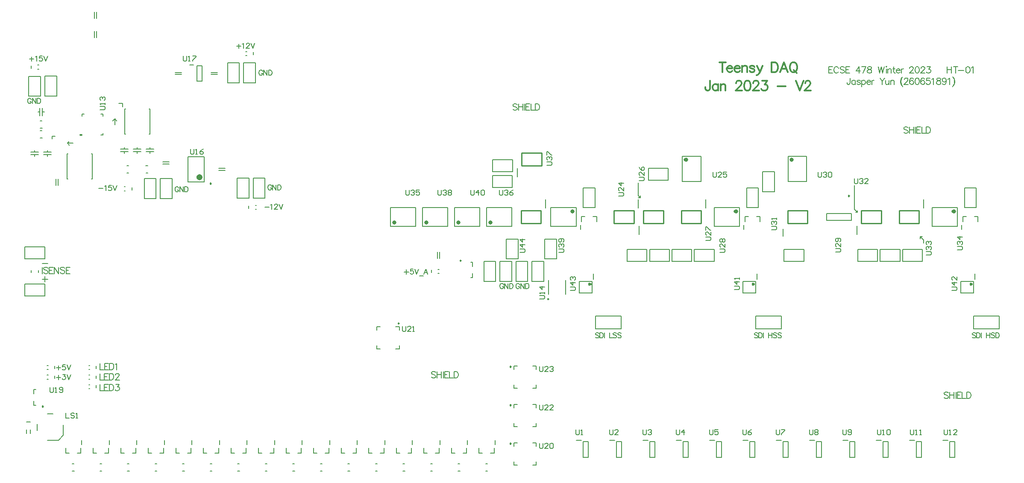
<source format=gto>
G04*
G04 #@! TF.GenerationSoftware,Altium Limited,Altium Designer,22.10.1 (41)*
G04*
G04 Layer_Color=65535*
%FSLAX25Y25*%
%MOIN*%
G70*
G04*
G04 #@! TF.SameCoordinates,B22AEA06-AE45-4BA8-881C-222E2ACC086B*
G04*
G04*
G04 #@! TF.FilePolarity,Positive*
G04*
G01*
G75*
%ADD10C,0.01181*%
%ADD11C,0.00984*%
%ADD12C,0.02362*%
%ADD13C,0.01968*%
%ADD14C,0.01500*%
%ADD15C,0.00700*%
%ADD16C,0.01000*%
%ADD17C,0.00787*%
%ADD18C,0.00800*%
%ADD19C,0.00600*%
%ADD20C,0.01200*%
D10*
X46394Y321500D02*
X45606D01*
X46394D01*
D11*
X410992Y193500D02*
X410254Y193926D01*
Y193074D01*
X410992Y193500D01*
X342492Y223500D02*
X341754Y223926D01*
Y223074D01*
X342492Y223500D01*
X147614Y283642D02*
X146876Y284068D01*
Y283215D01*
X147614Y283642D01*
X16492Y109653D02*
X15754Y110080D01*
Y109227D01*
X16492Y109653D01*
X381673Y140669D02*
X380935Y141095D01*
Y140243D01*
X381673Y140669D01*
X645492Y274028D02*
X644754Y274454D01*
Y273602D01*
X645492Y274028D01*
X294327Y174484D02*
X293589Y174910D01*
Y174058D01*
X294327Y174484D01*
X381673Y80669D02*
X380935Y81095D01*
Y80243D01*
X381673Y80669D01*
X381673Y110669D02*
X380935Y111095D01*
Y110243D01*
X381673Y110669D01*
D12*
X139543Y288681D02*
X139099Y289604D01*
X138099Y289833D01*
X137298Y289194D01*
Y288169D01*
X138099Y287530D01*
X139099Y287758D01*
X139543Y288681D01*
D13*
X341150Y253081D02*
X340443Y253788D01*
X339736Y253081D01*
X340443Y252374D01*
X341150Y253081D01*
X316150D02*
X315443Y253788D01*
X314736Y253081D01*
X315443Y252374D01*
X316150Y253081D01*
X291150D02*
X290443Y253788D01*
X289736Y253081D01*
X290443Y252374D01*
X291150Y253081D01*
X430264Y261919D02*
X429557Y262626D01*
X428850Y261919D01*
X429557Y261212D01*
X430264Y261919D01*
X366150Y253081D02*
X365443Y253788D01*
X364736Y253081D01*
X365443Y252374D01*
X366150Y253081D01*
X518788Y302057D02*
X518081Y302764D01*
X517374Y302057D01*
X518081Y301350D01*
X518788Y302057D01*
X557764Y261919D02*
X557057Y262626D01*
X556350Y261919D01*
X557057Y261212D01*
X557764Y261919D01*
X601288Y302057D02*
X600581Y302764D01*
X599874Y302057D01*
X600581Y301350D01*
X601288Y302057D01*
X727764Y261919D02*
X727057Y262626D01*
X726350Y261919D01*
X727057Y261212D01*
X727764Y261919D01*
D14*
X443437Y205161D02*
X442687Y205594D01*
Y204728D01*
X443437Y205161D01*
X570937D02*
X570187Y205594D01*
Y204728D01*
X570937Y205161D01*
X740937D02*
X740187Y205594D01*
Y204728D01*
X740937Y205161D01*
D15*
X3500Y97500D02*
X6500D01*
X78500Y343500D02*
Y346000D01*
X75500D02*
X78500D01*
X72500Y329500D02*
Y334000D01*
X74000Y332500D01*
X72500Y334000D02*
X74000Y332500D01*
X71000D02*
X72500Y334000D01*
X35500Y315000D02*
X37000Y313500D01*
X35500Y315000D02*
X37000Y316500D01*
X35500Y315000D02*
X37000Y316500D01*
X35500Y315000D02*
X40000D01*
X23500Y318500D02*
Y320500D01*
X26000D01*
X482500Y272500D02*
Y274000D01*
X481000Y272500D02*
X482500D01*
X481000D02*
X482500D01*
X481000Y274000D02*
X482500Y272500D01*
X481000Y274000D02*
Y284000D01*
X386476Y288868D02*
Y295524D01*
X408524Y264476D02*
Y271132D01*
X652000Y261000D02*
Y262500D01*
X650500Y261000D02*
X652000D01*
X650500D02*
X652000D01*
X649500Y263500D02*
X652000Y261000D01*
X649500Y263500D02*
Y282000D01*
X701000Y242000D02*
X702500D01*
X701000Y240500D02*
Y242000D01*
Y240500D02*
Y242000D01*
X703500Y239500D01*
Y237000D02*
Y239500D01*
X56700Y412500D02*
Y417500D01*
X58300Y412500D02*
Y417500D01*
X56700Y397500D02*
Y402500D01*
X58300Y397500D02*
Y402500D01*
X147500Y370300D02*
X152500D01*
X147500Y368700D02*
X152500D01*
X435807Y247913D02*
Y251063D01*
X11850Y90709D02*
Y95827D01*
X19724Y83228D02*
X28386D01*
Y83228D01*
X32323Y87165D01*
Y95039D01*
X19724Y103701D02*
X24055D01*
X718520Y83087D02*
X722457D01*
X131020Y376193D02*
X133776D01*
X444937Y198161D02*
Y207161D01*
X434937D02*
X444937D01*
X434937Y199161D02*
Y207161D01*
Y198161D02*
Y199161D01*
Y198161D02*
X444937D01*
X445937Y208661D02*
Y213161D01*
X85756Y278587D02*
Y280587D01*
X68193Y79937D02*
Y83087D01*
X89693Y79937D02*
Y83087D01*
X111193Y79937D02*
Y83087D01*
X132693Y79937D02*
Y83087D01*
X154193Y79937D02*
Y83087D01*
X175693Y79937D02*
Y83087D01*
X197193Y79937D02*
Y83087D01*
X218693Y79937D02*
Y83087D01*
X240193Y79937D02*
Y83087D01*
X261693Y79937D02*
Y83087D01*
X283193Y79937D02*
Y83087D01*
X304693Y79937D02*
Y83087D01*
X326193Y79937D02*
Y83087D01*
X347693Y79937D02*
Y83087D01*
X369193Y79937D02*
Y83087D01*
X325800Y225000D02*
Y230000D01*
X324200Y225000D02*
Y230000D01*
X319500Y214000D02*
Y216000D01*
X7256Y373587D02*
Y375587D01*
X666520Y83087D02*
X670457D01*
X588520D02*
X592457D01*
X510520D02*
X514457D01*
X432520D02*
X436457D01*
X692520D02*
X696457D01*
X614520D02*
X618457D01*
X536520D02*
X540457D01*
X458520D02*
X462457D01*
X640520D02*
X644457D01*
X562520D02*
X566457D01*
X484520D02*
X488457D01*
X26700Y282087D02*
Y287087D01*
X28300Y282087D02*
Y287087D01*
X153500Y295387D02*
X158500D01*
X153500Y293787D02*
X158500D01*
X110000Y300387D02*
X115000D01*
X110000Y298787D02*
X115000D01*
X119500Y368700D02*
X124500D01*
X119500Y370300D02*
X124500D01*
X46693Y79937D02*
Y83087D01*
X25500Y131500D02*
Y133500D01*
Y139000D02*
Y141000D01*
X180500Y384000D02*
Y386000D01*
X177000Y264000D02*
Y266000D01*
X58000Y139000D02*
Y141000D01*
Y131500D02*
Y133500D01*
Y124000D02*
Y126000D01*
X533524Y264476D02*
Y271132D01*
X481476Y243868D02*
Y250524D01*
X481024Y264476D02*
Y271132D01*
X563307Y247913D02*
Y251063D01*
X593976Y242500D02*
Y248000D01*
X733307Y247913D02*
Y251063D01*
X703524Y264476D02*
Y271132D01*
X651476Y243868D02*
Y250524D01*
X573437Y208661D02*
Y213161D01*
X562437Y198161D02*
X572437D01*
X562437D02*
Y199161D01*
Y207161D01*
X572437D01*
Y198161D02*
Y207161D01*
X743437Y208661D02*
Y213161D01*
X732437Y198161D02*
X742437D01*
X732437D02*
Y199161D01*
Y207161D01*
X742437D01*
Y198161D02*
Y207161D01*
D16*
X390000Y297370D02*
Y307370D01*
Y297370D02*
X405500D01*
Y307370D01*
X390000D02*
X405500D01*
X389500Y252630D02*
X405000D01*
X389500D02*
Y262630D01*
X405000D01*
Y252630D02*
Y262630D01*
X514500Y252630D02*
X530000D01*
X514500D02*
Y262630D01*
X530000D01*
Y252630D02*
Y262630D01*
X485000Y262370D02*
X500500D01*
Y252370D02*
Y262370D01*
X485000Y252370D02*
X500500D01*
X485000D02*
Y262370D01*
X462000Y252630D02*
X477500D01*
X462000D02*
Y262630D01*
X477500D01*
Y252630D02*
Y262630D01*
X597500Y262370D02*
X613000D01*
Y252370D02*
Y262370D01*
X597500Y252370D02*
X613000D01*
X597500D02*
Y262370D01*
X684500Y252630D02*
X700000D01*
X684500D02*
Y262630D01*
X700000D01*
Y252630D02*
Y262630D01*
X655000Y262370D02*
X670500D01*
Y252370D02*
Y262370D01*
X655000Y252370D02*
X670500D01*
X655000D02*
Y262370D01*
D17*
X382700Y280400D02*
Y289700D01*
X367200D02*
X382700D01*
X367200Y280400D02*
Y289700D01*
Y280400D02*
X382700D01*
X489800Y222800D02*
Y232100D01*
Y222800D02*
X505300D01*
Y232100D01*
X489800D02*
X505300D01*
X367300Y292800D02*
Y302100D01*
Y292800D02*
X382800D01*
Y302100D01*
X367300D02*
X382800D01*
X610200Y222900D02*
Y232200D01*
X594700D02*
X610200D01*
X594700Y222900D02*
Y232200D01*
Y222900D02*
X610200D01*
X577900Y277300D02*
X587200D01*
Y292800D01*
X577900D02*
X587200D01*
X577900Y277300D02*
Y292800D01*
X488800Y286300D02*
Y295600D01*
Y286300D02*
X504300D01*
Y295600D01*
X488800D02*
X504300D01*
X2300Y224800D02*
Y234100D01*
Y224800D02*
X17800D01*
Y234100D01*
X2300D02*
X17800D01*
X2300Y195757D02*
Y205057D01*
Y195757D02*
X17800D01*
Y205057D01*
X2300D02*
X17800D01*
X100000Y307187D02*
Y308587D01*
X97000D02*
X100000D01*
X103000D01*
X97000Y310587D02*
X100000D01*
X103000D01*
X100000D02*
Y311987D01*
X445649Y257756D02*
X448405D01*
Y253819D02*
Y257756D01*
X436594D02*
X439350D01*
X436594Y253819D02*
Y257756D01*
X447500Y180000D02*
X467500D01*
X447500Y170000D02*
Y180000D01*
Y170000D02*
X467500D01*
Y180000D01*
X507200Y222900D02*
X522700D01*
X507200D02*
Y232200D01*
X522700D01*
Y222900D02*
Y232200D01*
X724032Y82103D02*
X727969D01*
X724032Y69898D02*
X727969D01*
X724032D02*
Y82103D01*
X727969Y69898D02*
Y82103D01*
X424193Y196988D02*
Y208012D01*
X410807Y196988D02*
Y208012D01*
X351535Y210315D02*
Y213465D01*
X350354Y210315D02*
X351535D01*
Y218976D02*
Y222126D01*
X350354D02*
X351535D01*
X142299Y284744D02*
Y304429D01*
X129701Y284744D02*
Y304429D01*
Y284744D02*
X142299D01*
X129701Y304429D02*
X142299D01*
X136532Y375406D02*
X140469D01*
X136532Y363595D02*
X140469D01*
X136532D02*
Y375406D01*
X140469Y363595D02*
Y375406D01*
X9307Y119496D02*
Y122843D01*
X10882D01*
X9307Y110638D02*
Y113984D01*
Y110638D02*
X10882D01*
X398504Y141260D02*
X401260D01*
Y138504D02*
Y141260D01*
X398504Y123740D02*
X401260D01*
Y126496D01*
X383740Y123740D02*
X386496D01*
X383740D02*
Y126496D01*
Y141260D02*
X386496D01*
X383740Y138504D02*
Y141260D01*
X627844Y260173D02*
X647156D01*
X627844Y254827D02*
Y260173D01*
Y254827D02*
X647156D01*
Y260173D01*
X67406Y73244D02*
Y77181D01*
X64650Y73244D02*
X67406D01*
X55595D02*
Y77181D01*
Y73244D02*
X58351D01*
X88906D02*
Y77181D01*
X86150Y73244D02*
X88906D01*
X77095D02*
Y77181D01*
Y73244D02*
X79851D01*
X110406D02*
Y77181D01*
X107650Y73244D02*
X110406D01*
X98595D02*
Y77181D01*
Y73244D02*
X101351D01*
X131906D02*
Y77181D01*
X129150Y73244D02*
X131906D01*
X120095D02*
Y77181D01*
Y73244D02*
X122851D01*
X153406D02*
Y77181D01*
X150650Y73244D02*
X153406D01*
X141595D02*
Y77181D01*
Y73244D02*
X144351D01*
X174906D02*
Y77181D01*
X172150Y73244D02*
X174906D01*
X163095D02*
Y77181D01*
Y73244D02*
X165851D01*
X196406D02*
Y77181D01*
X193650Y73244D02*
X196406D01*
X184595D02*
Y77181D01*
Y73244D02*
X187351D01*
X217906D02*
Y77181D01*
X215150Y73244D02*
X217906D01*
X206095D02*
Y77181D01*
Y73244D02*
X208851D01*
X239406D02*
Y77181D01*
X236650Y73244D02*
X239406D01*
X227595D02*
Y77181D01*
Y73244D02*
X230351D01*
X260906D02*
Y77181D01*
X258150Y73244D02*
X260906D01*
X249095D02*
Y77181D01*
Y73244D02*
X251851D01*
X282406D02*
Y77181D01*
X279650Y73244D02*
X282406D01*
X270595D02*
Y77181D01*
Y73244D02*
X273351D01*
X303906D02*
Y77181D01*
X301150Y73244D02*
X303906D01*
X292095D02*
Y77181D01*
Y73244D02*
X294851D01*
X325406D02*
Y77181D01*
X322650Y73244D02*
X325406D01*
X313595D02*
Y77181D01*
Y73244D02*
X316351D01*
X346906D02*
Y77181D01*
X344150Y73244D02*
X346906D01*
X335095D02*
Y77181D01*
Y73244D02*
X337851D01*
X368406D02*
Y77181D01*
X365650Y73244D02*
X368406D01*
X356595D02*
Y77181D01*
Y73244D02*
X359351D01*
X417100Y224700D02*
Y240200D01*
X407800Y224700D02*
X417100D01*
X407800D02*
Y240200D01*
X417100D01*
X387100Y224700D02*
Y240200D01*
X377800Y224700D02*
X387100D01*
X377800D02*
Y240200D01*
X387100D01*
X437900Y264800D02*
Y280300D01*
X447200D01*
Y264800D02*
Y280300D01*
X437900Y264800D02*
X447200D01*
X291669Y171925D02*
X294425D01*
Y169169D02*
Y171925D01*
X276905D02*
X279661D01*
X276905Y169169D02*
Y171925D01*
Y154405D02*
X279661D01*
X276905D02*
Y157161D01*
X291669Y154405D02*
X294425D01*
Y157161D01*
X383740Y78504D02*
Y81260D01*
X386496D01*
X383740Y63740D02*
Y66496D01*
Y63740D02*
X386496D01*
X401260D02*
Y66496D01*
X398504Y63740D02*
X401260D01*
Y78504D02*
Y81260D01*
X398504D02*
X401260D01*
X383740Y108504D02*
Y111260D01*
X386496D01*
X383740Y93740D02*
Y96496D01*
Y93740D02*
X386496D01*
X401260D02*
Y96496D01*
X398504Y93740D02*
X401260D01*
Y108504D02*
Y111260D01*
X398504D02*
X401260D01*
X80000Y310587D02*
Y311987D01*
Y310587D02*
X83000D01*
X77000D02*
X80000D01*
Y308587D02*
X83000D01*
X77000D02*
X80000D01*
Y307187D02*
Y308587D01*
X675969Y69898D02*
Y82103D01*
X672032Y69898D02*
Y82103D01*
Y69898D02*
X675969D01*
X672032Y82103D02*
X675969D01*
X597969Y69898D02*
Y82103D01*
X594032Y69898D02*
Y82103D01*
Y69898D02*
X597969D01*
X594032Y82103D02*
X597969D01*
X519969Y69898D02*
Y82103D01*
X516032Y69898D02*
Y82103D01*
Y69898D02*
X519969D01*
X516032Y82103D02*
X519969D01*
X441969Y69898D02*
Y82103D01*
X438032Y69898D02*
Y82103D01*
Y69898D02*
X441969D01*
X438032Y82103D02*
X441969D01*
X701969Y69898D02*
Y82103D01*
X698032Y69898D02*
Y82103D01*
Y69898D02*
X701969D01*
X698032Y82103D02*
X701969D01*
X623969Y69898D02*
Y82103D01*
X620032Y69898D02*
Y82103D01*
Y69898D02*
X623969D01*
X620032Y82103D02*
X623969D01*
X545969Y69898D02*
Y82103D01*
X542032Y69898D02*
Y82103D01*
Y69898D02*
X545969D01*
X542032Y82103D02*
X545969D01*
X467969Y69898D02*
Y82103D01*
X464032Y69898D02*
Y82103D01*
Y69898D02*
X467969D01*
X464032Y82103D02*
X467969D01*
X649969Y69898D02*
Y82103D01*
X646032Y69898D02*
Y82103D01*
Y69898D02*
X649969D01*
X646032Y82103D02*
X649969D01*
X571969Y69898D02*
Y82103D01*
X568032Y69898D02*
Y82103D01*
Y69898D02*
X571969D01*
X568032Y82103D02*
X571969D01*
X493969Y69898D02*
Y82103D01*
X490032Y69898D02*
Y82103D01*
Y69898D02*
X493969D01*
X490032Y82103D02*
X493969D01*
X16000Y339587D02*
X17400D01*
X16000Y336587D02*
Y339587D01*
Y342587D01*
X14000Y336587D02*
Y339587D01*
Y342587D01*
X12600Y339587D02*
X14000D01*
X10000Y304687D02*
Y306087D01*
X7000D02*
X10000D01*
X13000D01*
X7000Y308087D02*
X10000D01*
X13000D01*
X10000D02*
Y309487D01*
X20000Y304687D02*
Y306087D01*
X17000D02*
X20000D01*
X23000D01*
X17000Y308087D02*
X20000D01*
X23000D01*
X20000D02*
Y309487D01*
X90000Y310587D02*
Y311987D01*
Y310587D02*
X93000D01*
X87000D02*
X90000D01*
Y308587D02*
X93000D01*
X87000D02*
X90000D01*
Y307187D02*
Y308587D01*
X34095Y73244D02*
X36851D01*
X34095D02*
Y77181D01*
X43150Y73244D02*
X45906D01*
Y77181D01*
X95400Y271887D02*
X104700D01*
Y287387D01*
X95400D02*
X104700D01*
X95400Y271887D02*
Y287387D01*
X17900Y351887D02*
X27200D01*
Y367387D01*
X17900D02*
X27200D01*
X17900Y351887D02*
Y367387D01*
X107900Y271887D02*
X117200D01*
Y287387D01*
X107900D02*
X117200D01*
X107900Y271887D02*
Y287387D01*
X5300Y367287D02*
X14600D01*
X5300Y351787D02*
Y367287D01*
Y351787D02*
X14600D01*
Y367287D01*
X167900Y272300D02*
X177200D01*
Y287800D01*
X167900D02*
X177200D01*
X167900Y272300D02*
Y287800D01*
X160400Y362300D02*
X169700D01*
Y377800D01*
X160400D02*
X169700D01*
X160400Y362300D02*
Y377800D01*
X180400Y272300D02*
X189700D01*
Y287800D01*
X180400D02*
X189700D01*
X180400Y272300D02*
Y287800D01*
X172900Y362300D02*
X182200D01*
Y377800D01*
X172900D02*
X182200D01*
X172900Y362300D02*
Y377800D01*
X397900Y207300D02*
X407200D01*
Y222800D01*
X397900D02*
X407200D01*
X397900Y207300D02*
Y222800D01*
X360400Y207300D02*
X369700D01*
Y222800D01*
X360400D02*
X369700D01*
X360400Y207300D02*
Y222800D01*
X385400Y207300D02*
X394700D01*
Y222800D01*
X385400D02*
X394700D01*
X385400Y207300D02*
Y222800D01*
X372900Y207300D02*
X382200D01*
Y222800D01*
X372900D02*
X382200D01*
X372900Y207300D02*
Y222800D01*
X487700Y222900D02*
Y232200D01*
X472200D02*
X487700D01*
X472200Y222900D02*
Y232200D01*
Y222900D02*
X487700D01*
X573149Y257756D02*
X575905D01*
Y253819D02*
Y257756D01*
X564094D02*
X566850D01*
X564094Y253819D02*
Y257756D01*
X565400Y264800D02*
X574700D01*
Y280300D01*
X565400D02*
X574700D01*
X565400Y264800D02*
Y280300D01*
X540200Y222900D02*
Y232200D01*
X524700D02*
X540200D01*
X524700Y222900D02*
Y232200D01*
Y222900D02*
X540200D01*
X667700D02*
Y232200D01*
X652200D02*
X667700D01*
X652200Y222900D02*
Y232200D01*
Y222900D02*
X667700D01*
X685200D02*
Y232200D01*
X669700D02*
X685200D01*
X669700Y222900D02*
Y232200D01*
Y222900D02*
X685200D01*
X743149Y257756D02*
X745905D01*
Y253819D02*
Y257756D01*
X734094D02*
X736850D01*
X734094Y253819D02*
Y257756D01*
X735400Y264800D02*
X744700D01*
Y280300D01*
X735400D02*
X744700D01*
X735400Y264800D02*
Y280300D01*
X702700Y222900D02*
Y232200D01*
X687200D02*
X702700D01*
X687200Y222900D02*
Y232200D01*
Y222900D02*
X702700D01*
X592500Y170000D02*
Y180000D01*
X572500Y170000D02*
X592500D01*
X572500D02*
Y180000D01*
X592500D01*
X762500Y170000D02*
Y180000D01*
X742500Y170000D02*
X762500D01*
X742500D02*
Y180000D01*
X762500D01*
D18*
X7200Y214300D02*
Y215700D01*
X12800Y214300D02*
Y215800D01*
X46800Y337787D02*
X48400D01*
X46800Y336187D02*
Y337787D01*
X61700D02*
X63100D01*
Y336287D02*
Y337787D01*
Y321487D02*
Y322987D01*
X61600Y321487D02*
X63100D01*
X14300Y319287D02*
X15800D01*
X14300Y324887D02*
X15700D01*
X60800Y59200D02*
X62300D01*
X60800Y64800D02*
X62200D01*
X82300Y59200D02*
X83800D01*
X82300Y64800D02*
X83700D01*
X103800Y59200D02*
X105300D01*
X103800Y64800D02*
X105200D01*
X125300Y59200D02*
X126800D01*
X125300Y64800D02*
X126700D01*
X146800Y59200D02*
X148300D01*
X146800Y64800D02*
X148200D01*
X168300Y59200D02*
X169800D01*
X168300Y64800D02*
X169700D01*
X189800Y59200D02*
X191300D01*
X189800Y64800D02*
X191200D01*
X211300Y59200D02*
X212800D01*
X211300Y64800D02*
X212700D01*
X232800Y59200D02*
X234300D01*
X232800Y64800D02*
X234200D01*
X254300Y59200D02*
X255800D01*
X254300Y64800D02*
X255700D01*
X275800Y59200D02*
X277300D01*
X275800Y64800D02*
X277200D01*
X297300Y59200D02*
X298800D01*
X297300Y64800D02*
X298700D01*
X318800Y59200D02*
X320300D01*
X318800Y64800D02*
X320200D01*
X340300Y59200D02*
X341800D01*
X340300Y64800D02*
X341700D01*
X361800Y59200D02*
X363300D01*
X361800Y64800D02*
X363200D01*
X14300Y332387D02*
X15700D01*
X14300Y326787D02*
X15800D01*
X96800Y291787D02*
X98200D01*
X96700Y297387D02*
X98200D01*
X81800D02*
X83200D01*
X81800Y291787D02*
X83300D01*
X39300Y64800D02*
X40700D01*
X39300Y59200D02*
X40800D01*
X632674Y374787D02*
X629580D01*
Y369788D01*
X632674D01*
X629580Y372407D02*
X631484D01*
X637078Y373597D02*
X636840Y374073D01*
X636364Y374549D01*
X635888Y374787D01*
X634936D01*
X634460Y374549D01*
X633984Y374073D01*
X633745Y373597D01*
X633507Y372883D01*
Y371692D01*
X633745Y370978D01*
X633984Y370502D01*
X634460Y370026D01*
X634936Y369788D01*
X635888D01*
X636364Y370026D01*
X636840Y370502D01*
X637078Y370978D01*
X641815Y374073D02*
X641339Y374549D01*
X640625Y374787D01*
X639673D01*
X638959Y374549D01*
X638483Y374073D01*
Y373597D01*
X638721Y373121D01*
X638959Y372883D01*
X639435Y372645D01*
X640863Y372168D01*
X641339Y371931D01*
X641577Y371692D01*
X641815Y371216D01*
Y370502D01*
X641339Y370026D01*
X640625Y369788D01*
X639673D01*
X638959Y370026D01*
X638483Y370502D01*
X646029Y374787D02*
X642934D01*
Y369788D01*
X646029D01*
X642934Y372407D02*
X644838D01*
X653170Y374787D02*
X650789Y371454D01*
X654360D01*
X653170Y374787D02*
Y369788D01*
X658573Y374787D02*
X656193Y369788D01*
X655241Y374787D02*
X658573D01*
X660883D02*
X660168Y374549D01*
X659930Y374073D01*
Y373597D01*
X660168Y373121D01*
X660644Y372883D01*
X661597Y372645D01*
X662311Y372407D01*
X662787Y371931D01*
X663025Y371454D01*
Y370740D01*
X662787Y370264D01*
X662549Y370026D01*
X661835Y369788D01*
X660883D01*
X660168Y370026D01*
X659930Y370264D01*
X659692Y370740D01*
Y371454D01*
X659930Y371931D01*
X660406Y372407D01*
X661121Y372645D01*
X662073Y372883D01*
X662549Y373121D01*
X662787Y373597D01*
Y374073D01*
X662549Y374549D01*
X661835Y374787D01*
X660883D01*
X668071D02*
X669262Y369788D01*
X670452Y374787D02*
X669262Y369788D01*
X670452Y374787D02*
X671642Y369788D01*
X672832Y374787D02*
X671642Y369788D01*
X674308Y374787D02*
X674546Y374549D01*
X674784Y374787D01*
X674546Y375025D01*
X674308Y374787D01*
X674546Y373121D02*
Y369788D01*
X675665Y373121D02*
Y369788D01*
Y372168D02*
X676379Y372883D01*
X676855Y373121D01*
X677569D01*
X678046Y372883D01*
X678284Y372168D01*
Y369788D01*
X680307Y374787D02*
Y370740D01*
X680545Y370026D01*
X681021Y369788D01*
X681497D01*
X679593Y373121D02*
X681259D01*
X682211Y371692D02*
X685068D01*
Y372168D01*
X684830Y372645D01*
X684592Y372883D01*
X684116Y373121D01*
X683401D01*
X682925Y372883D01*
X682449Y372407D01*
X682211Y371692D01*
Y371216D01*
X682449Y370502D01*
X682925Y370026D01*
X683401Y369788D01*
X684116D01*
X684592Y370026D01*
X685068Y370502D01*
X686139Y373121D02*
Y369788D01*
Y371692D02*
X686377Y372407D01*
X686853Y372883D01*
X687329Y373121D01*
X688043D01*
X692661Y373597D02*
Y373835D01*
X692899Y374311D01*
X693138Y374549D01*
X693614Y374787D01*
X694566D01*
X695042Y374549D01*
X695280Y374311D01*
X695518Y373835D01*
Y373359D01*
X695280Y372883D01*
X694804Y372168D01*
X692423Y369788D01*
X695756D01*
X698303Y374787D02*
X697589Y374549D01*
X697113Y373835D01*
X696875Y372645D01*
Y371931D01*
X697113Y370740D01*
X697589Y370026D01*
X698303Y369788D01*
X698779D01*
X699493Y370026D01*
X699969Y370740D01*
X700207Y371931D01*
Y372645D01*
X699969Y373835D01*
X699493Y374549D01*
X698779Y374787D01*
X698303D01*
X701564Y373597D02*
Y373835D01*
X701802Y374311D01*
X702040Y374549D01*
X702516Y374787D01*
X703469D01*
X703945Y374549D01*
X704183Y374311D01*
X704421Y373835D01*
Y373359D01*
X704183Y372883D01*
X703707Y372168D01*
X701326Y369788D01*
X704659D01*
X706254Y374787D02*
X708872D01*
X707444Y372883D01*
X708158D01*
X708634Y372645D01*
X708872Y372407D01*
X709110Y371692D01*
Y371216D01*
X708872Y370502D01*
X708396Y370026D01*
X707682Y369788D01*
X706968D01*
X706254Y370026D01*
X706016Y370264D01*
X705778Y370740D01*
X722012Y374787D02*
Y369788D01*
X725345Y374787D02*
Y369788D01*
X722012Y372407D02*
X725345D01*
X728392Y374787D02*
Y369788D01*
X726725Y374787D02*
X730058D01*
X730653Y371931D02*
X734938D01*
X737842Y374787D02*
X737128Y374549D01*
X736652Y373835D01*
X736414Y372645D01*
Y371931D01*
X736652Y370740D01*
X737128Y370026D01*
X737842Y369788D01*
X738318D01*
X739032Y370026D01*
X739508Y370740D01*
X739747Y371931D01*
Y372645D01*
X739508Y373835D01*
X739032Y374549D01*
X738318Y374787D01*
X737842D01*
X740865Y373835D02*
X741341Y374073D01*
X742056Y374787D01*
Y369788D01*
X646124Y365916D02*
Y362107D01*
X645886Y361393D01*
X645648Y361155D01*
X645172Y360917D01*
X644696D01*
X644219Y361155D01*
X643981Y361393D01*
X643743Y362107D01*
Y362583D01*
X650266Y364250D02*
Y360917D01*
Y363536D02*
X649790Y364012D01*
X649313Y364250D01*
X648599D01*
X648123Y364012D01*
X647647Y363536D01*
X647409Y362822D01*
Y362345D01*
X647647Y361631D01*
X648123Y361155D01*
X648599Y360917D01*
X649313D01*
X649790Y361155D01*
X650266Y361631D01*
X654217Y363536D02*
X653979Y364012D01*
X653265Y364250D01*
X652551D01*
X651837Y364012D01*
X651599Y363536D01*
X651837Y363060D01*
X652313Y362822D01*
X653503Y362583D01*
X653979Y362345D01*
X654217Y361869D01*
Y361631D01*
X653979Y361155D01*
X653265Y360917D01*
X652551D01*
X651837Y361155D01*
X651599Y361631D01*
X655265Y364250D02*
Y359251D01*
Y363536D02*
X655741Y364012D01*
X656217Y364250D01*
X656931D01*
X657407Y364012D01*
X657883Y363536D01*
X658121Y362822D01*
Y362345D01*
X657883Y361631D01*
X657407Y361155D01*
X656931Y360917D01*
X656217D01*
X655741Y361155D01*
X655265Y361631D01*
X659192Y362822D02*
X662049D01*
Y363298D01*
X661811Y363774D01*
X661573Y364012D01*
X661097Y364250D01*
X660383D01*
X659906Y364012D01*
X659430Y363536D01*
X659192Y362822D01*
Y362345D01*
X659430Y361631D01*
X659906Y361155D01*
X660383Y360917D01*
X661097D01*
X661573Y361155D01*
X662049Y361631D01*
X663120Y364250D02*
Y360917D01*
Y362822D02*
X663358Y363536D01*
X663834Y364012D01*
X664310Y364250D01*
X665024D01*
X669404Y365916D02*
X671309Y363536D01*
Y360917D01*
X673213Y365916D02*
X671309Y363536D01*
X673856Y364250D02*
Y361869D01*
X674094Y361155D01*
X674570Y360917D01*
X675284D01*
X675760Y361155D01*
X676474Y361869D01*
Y364250D02*
Y360917D01*
X677784Y364250D02*
Y360917D01*
Y363298D02*
X678498Y364012D01*
X678974Y364250D01*
X679688D01*
X680164Y364012D01*
X680402Y363298D01*
Y360917D01*
X687305Y366868D02*
X686829Y366392D01*
X686353Y365678D01*
X685877Y364726D01*
X685639Y363536D01*
Y362583D01*
X685877Y361393D01*
X686353Y360441D01*
X686829Y359727D01*
X687305Y359251D01*
X686829Y366392D02*
X686353Y365440D01*
X686115Y364726D01*
X685877Y363536D01*
Y362583D01*
X686115Y361393D01*
X686353Y360679D01*
X686829Y359727D01*
X688496Y364726D02*
Y364964D01*
X688734Y365440D01*
X688972Y365678D01*
X689448Y365916D01*
X690400D01*
X690876Y365678D01*
X691114Y365440D01*
X691352Y364964D01*
Y364488D01*
X691114Y364012D01*
X690638Y363298D01*
X688258Y360917D01*
X691590D01*
X695566Y365202D02*
X695328Y365678D01*
X694613Y365916D01*
X694137D01*
X693423Y365678D01*
X692947Y364964D01*
X692709Y363774D01*
Y362583D01*
X692947Y361631D01*
X693423Y361155D01*
X694137Y360917D01*
X694375D01*
X695089Y361155D01*
X695566Y361631D01*
X695804Y362345D01*
Y362583D01*
X695566Y363298D01*
X695089Y363774D01*
X694375Y364012D01*
X694137D01*
X693423Y363774D01*
X692947Y363298D01*
X692709Y362583D01*
X698327Y365916D02*
X697613Y365678D01*
X697137Y364964D01*
X696899Y363774D01*
Y363060D01*
X697137Y361869D01*
X697613Y361155D01*
X698327Y360917D01*
X698803D01*
X699517Y361155D01*
X699993Y361869D01*
X700231Y363060D01*
Y363774D01*
X699993Y364964D01*
X699517Y365678D01*
X698803Y365916D01*
X698327D01*
X704207Y365202D02*
X703968Y365678D01*
X703254Y365916D01*
X702778D01*
X702064Y365678D01*
X701588Y364964D01*
X701350Y363774D01*
Y362583D01*
X701588Y361631D01*
X702064Y361155D01*
X702778Y360917D01*
X703016D01*
X703730Y361155D01*
X704207Y361631D01*
X704445Y362345D01*
Y362583D01*
X704207Y363298D01*
X703730Y363774D01*
X703016Y364012D01*
X702778D01*
X702064Y363774D01*
X701588Y363298D01*
X701350Y362583D01*
X708396Y365916D02*
X706016D01*
X705778Y363774D01*
X706016Y364012D01*
X706730Y364250D01*
X707444D01*
X708158Y364012D01*
X708634Y363536D01*
X708872Y362822D01*
Y362345D01*
X708634Y361631D01*
X708158Y361155D01*
X707444Y360917D01*
X706730D01*
X706016Y361155D01*
X705778Y361393D01*
X705540Y361869D01*
X709991Y364964D02*
X710467Y365202D01*
X711181Y365916D01*
Y360917D01*
X714847Y365916D02*
X714133Y365678D01*
X713895Y365202D01*
Y364726D01*
X714133Y364250D01*
X714609Y364012D01*
X715561Y363774D01*
X716275Y363536D01*
X716751Y363060D01*
X716990Y362583D01*
Y361869D01*
X716751Y361393D01*
X716513Y361155D01*
X715799Y360917D01*
X714847D01*
X714133Y361155D01*
X713895Y361393D01*
X713657Y361869D01*
Y362583D01*
X713895Y363060D01*
X714371Y363536D01*
X715085Y363774D01*
X716037Y364012D01*
X716513Y364250D01*
X716751Y364726D01*
Y365202D01*
X716513Y365678D01*
X715799Y365916D01*
X714847D01*
X721203Y364250D02*
X720965Y363536D01*
X720489Y363060D01*
X719775Y362822D01*
X719537D01*
X718822Y363060D01*
X718346Y363536D01*
X718108Y364250D01*
Y364488D01*
X718346Y365202D01*
X718822Y365678D01*
X719537Y365916D01*
X719775D01*
X720489Y365678D01*
X720965Y365202D01*
X721203Y364250D01*
Y363060D01*
X720965Y361869D01*
X720489Y361155D01*
X719775Y360917D01*
X719299D01*
X718584Y361155D01*
X718346Y361631D01*
X722560Y364964D02*
X723036Y365202D01*
X723750Y365916D01*
Y360917D01*
X726226Y366868D02*
X726702Y366392D01*
X727178Y365678D01*
X727654Y364726D01*
X727892Y363536D01*
Y362583D01*
X727654Y361393D01*
X727178Y360441D01*
X726702Y359727D01*
X726226Y359251D01*
X726702Y366392D02*
X727178Y365440D01*
X727416Y364726D01*
X727654Y363536D01*
Y362583D01*
X727416Y361393D01*
X727178Y360679D01*
X726702Y359727D01*
X15858Y221300D02*
X20142D01*
X18000Y211085D02*
Y206800D01*
X15858Y208942D02*
X20142D01*
X15858Y218299D02*
Y213300D01*
X20238Y217585D02*
X19761Y218061D01*
X19047Y218299D01*
X18095D01*
X17381Y218061D01*
X16905Y217585D01*
Y217109D01*
X17143Y216633D01*
X17381Y216395D01*
X17857Y216157D01*
X19285Y215680D01*
X19761Y215442D01*
X20000Y215204D01*
X20238Y214728D01*
Y214014D01*
X19761Y213538D01*
X19047Y213300D01*
X18095D01*
X17381Y213538D01*
X16905Y214014D01*
X24451Y218299D02*
X21356D01*
Y213300D01*
X24451D01*
X21356Y215918D02*
X23261D01*
X25284Y218299D02*
Y213300D01*
Y218299D02*
X28617Y213300D01*
Y218299D02*
Y213300D01*
X33330Y217585D02*
X32854Y218061D01*
X32140Y218299D01*
X31188D01*
X30474Y218061D01*
X29997Y217585D01*
Y217109D01*
X30235Y216633D01*
X30474Y216395D01*
X30950Y216157D01*
X32378Y215680D01*
X32854Y215442D01*
X33092Y215204D01*
X33330Y214728D01*
Y214014D01*
X32854Y213538D01*
X32140Y213300D01*
X31188D01*
X30474Y213538D01*
X29997Y214014D01*
X37543Y218299D02*
X34449D01*
Y213300D01*
X37543D01*
X34449Y215918D02*
X36353D01*
X322894Y136085D02*
X322418Y136561D01*
X321704Y136799D01*
X320752D01*
X320038Y136561D01*
X319562Y136085D01*
Y135609D01*
X319800Y135133D01*
X320038Y134895D01*
X320514Y134657D01*
X321942Y134180D01*
X322418Y133942D01*
X322656Y133704D01*
X322894Y133228D01*
Y132514D01*
X322418Y132038D01*
X321704Y131800D01*
X320752D01*
X320038Y132038D01*
X319562Y132514D01*
X324013Y136799D02*
Y131800D01*
X327346Y136799D02*
Y131800D01*
X324013Y134418D02*
X327346D01*
X328727Y136799D02*
Y131800D01*
X332868Y136799D02*
X329774D01*
Y131800D01*
X332868D01*
X329774Y134418D02*
X331678D01*
X333702Y136799D02*
Y131800D01*
X336558D01*
X337106Y136799D02*
Y131800D01*
Y136799D02*
X338772D01*
X339486Y136561D01*
X339962Y136085D01*
X340200Y135609D01*
X340438Y134895D01*
Y133704D01*
X340200Y132990D01*
X339962Y132514D01*
X339486Y132038D01*
X338772Y131800D01*
X337106D01*
X722894Y120085D02*
X722418Y120561D01*
X721704Y120799D01*
X720752D01*
X720038Y120561D01*
X719562Y120085D01*
Y119609D01*
X719800Y119133D01*
X720038Y118895D01*
X720514Y118657D01*
X721942Y118180D01*
X722418Y117942D01*
X722656Y117704D01*
X722894Y117228D01*
Y116514D01*
X722418Y116038D01*
X721704Y115800D01*
X720752D01*
X720038Y116038D01*
X719562Y116514D01*
X724013Y120799D02*
Y115800D01*
X727346Y120799D02*
Y115800D01*
X724013Y118419D02*
X727346D01*
X728726Y120799D02*
Y115800D01*
X732868Y120799D02*
X729774D01*
Y115800D01*
X732868D01*
X729774Y118419D02*
X731678D01*
X733702Y120799D02*
Y115800D01*
X736558D01*
X737106Y120799D02*
Y115800D01*
Y120799D02*
X738772D01*
X739486Y120561D01*
X739962Y120085D01*
X740200Y119609D01*
X740438Y118895D01*
Y117704D01*
X740200Y116990D01*
X739962Y116514D01*
X739486Y116038D01*
X738772Y115800D01*
X737106D01*
X691394Y327085D02*
X690918Y327561D01*
X690204Y327799D01*
X689252D01*
X688538Y327561D01*
X688062Y327085D01*
Y326609D01*
X688300Y326133D01*
X688538Y325895D01*
X689014Y325657D01*
X690442Y325180D01*
X690918Y324942D01*
X691156Y324704D01*
X691394Y324228D01*
Y323514D01*
X690918Y323038D01*
X690204Y322800D01*
X689252D01*
X688538Y323038D01*
X688062Y323514D01*
X692513Y327799D02*
Y322800D01*
X695846Y327799D02*
Y322800D01*
X692513Y325418D02*
X695846D01*
X697226Y327799D02*
Y322800D01*
X701368Y327799D02*
X698274D01*
Y322800D01*
X701368D01*
X698274Y325418D02*
X700178D01*
X702202Y327799D02*
Y322800D01*
X705058D01*
X705606Y327799D02*
Y322800D01*
Y327799D02*
X707272D01*
X707986Y327561D01*
X708462Y327085D01*
X708700Y326609D01*
X708938Y325895D01*
Y324704D01*
X708700Y323990D01*
X708462Y323514D01*
X707986Y323038D01*
X707272Y322800D01*
X705606D01*
X386394Y345085D02*
X385918Y345561D01*
X385204Y345799D01*
X384252D01*
X383538Y345561D01*
X383062Y345085D01*
Y344609D01*
X383300Y344133D01*
X383538Y343895D01*
X384014Y343656D01*
X385442Y343180D01*
X385918Y342942D01*
X386156Y342704D01*
X386394Y342228D01*
Y341514D01*
X385918Y341038D01*
X385204Y340800D01*
X384252D01*
X383538Y341038D01*
X383062Y341514D01*
X387513Y345799D02*
Y340800D01*
X390846Y345799D02*
Y340800D01*
X387513Y343419D02*
X390846D01*
X392227Y345799D02*
Y340800D01*
X396368Y345799D02*
X393274D01*
Y340800D01*
X396368D01*
X393274Y343419D02*
X395178D01*
X397202Y345799D02*
Y340800D01*
X400058D01*
X400606Y345799D02*
Y340800D01*
Y345799D02*
X402272D01*
X402986Y345561D01*
X403462Y345085D01*
X403700Y344609D01*
X403938Y343895D01*
Y342704D01*
X403700Y341990D01*
X403462Y341514D01*
X402986Y341038D01*
X402272Y340800D01*
X400606D01*
X60942Y126799D02*
Y121800D01*
X63799D01*
X67441Y126799D02*
X64346D01*
Y121800D01*
X67441D01*
X64346Y124418D02*
X66250D01*
X68274Y126799D02*
Y121800D01*
Y126799D02*
X69940D01*
X70654Y126561D01*
X71130Y126085D01*
X71368Y125609D01*
X71606Y124895D01*
Y123704D01*
X71368Y122990D01*
X71130Y122514D01*
X70654Y122038D01*
X69940Y121800D01*
X68274D01*
X73201Y126799D02*
X75820D01*
X74392Y124895D01*
X75106D01*
X75582Y124656D01*
X75820Y124418D01*
X76058Y123704D01*
Y123228D01*
X75820Y122514D01*
X75344Y122038D01*
X74630Y121800D01*
X73915D01*
X73201Y122038D01*
X72963Y122276D01*
X72725Y122752D01*
X60942Y135299D02*
Y130300D01*
X63799D01*
X67441Y135299D02*
X64346D01*
Y130300D01*
X67441D01*
X64346Y132919D02*
X66250D01*
X68274Y135299D02*
Y130300D01*
Y135299D02*
X69940D01*
X70654Y135061D01*
X71130Y134585D01*
X71368Y134109D01*
X71606Y133395D01*
Y132204D01*
X71368Y131490D01*
X71130Y131014D01*
X70654Y130538D01*
X69940Y130300D01*
X68274D01*
X72963Y134109D02*
Y134347D01*
X73201Y134823D01*
X73439Y135061D01*
X73915Y135299D01*
X74868D01*
X75344Y135061D01*
X75582Y134823D01*
X75820Y134347D01*
Y133871D01*
X75582Y133395D01*
X75106Y132680D01*
X72725Y130300D01*
X76058D01*
X61013Y143299D02*
Y138300D01*
X63870D01*
X67512Y143299D02*
X64417D01*
Y138300D01*
X67512D01*
X64417Y140919D02*
X66322D01*
X68345Y143299D02*
Y138300D01*
Y143299D02*
X70011D01*
X70726Y143061D01*
X71202Y142585D01*
X71440Y142109D01*
X71678Y141395D01*
Y140204D01*
X71440Y139490D01*
X71202Y139014D01*
X70726Y138538D01*
X70011Y138300D01*
X68345D01*
X72796Y142347D02*
X73273Y142585D01*
X73987Y143299D01*
Y138300D01*
D19*
X6575Y88622D02*
Y91378D01*
X3425Y88622D02*
Y91378D01*
X80158Y322244D02*
Y341929D01*
X80945D01*
X80158Y322244D02*
X80945D01*
X99055D02*
X99843D01*
Y341929D01*
X99055D02*
X99843D01*
X337543Y264781D02*
X357359D01*
Y250281D02*
Y264781D01*
X337543Y250281D02*
X357359D01*
X337543D02*
Y264781D01*
X79856Y277987D02*
X80656D01*
X79856Y281187D02*
X80656D01*
X324600Y216600D02*
X325400D01*
X324600Y213400D02*
X325400D01*
X12356Y372987D02*
X13156D01*
X12356Y376187D02*
X13156D01*
X312543Y250281D02*
Y264781D01*
Y250281D02*
X332359D01*
Y264781D01*
X312543D02*
X332359D01*
X287543Y250281D02*
Y264781D01*
Y250281D02*
X307359D01*
Y264781D01*
X287543D02*
X307359D01*
X432457Y250219D02*
Y264719D01*
X412641D02*
X432457D01*
X412641Y250219D02*
Y264719D01*
Y250219D02*
X432457D01*
X362543Y250281D02*
Y264781D01*
Y250281D02*
X382359D01*
Y264781D01*
X362543D02*
X382359D01*
X54055Y306929D02*
X54843D01*
Y287244D02*
Y306929D01*
X54055Y287244D02*
X54843D01*
X35157D02*
X35945D01*
X35157Y306929D02*
X35945D01*
X35157Y287244D02*
Y306929D01*
X19600Y134100D02*
X20400D01*
X19600Y130900D02*
X20400D01*
X19600Y141600D02*
X20400D01*
X19600Y138400D02*
X20400D01*
X174600Y386600D02*
X175400D01*
X174600Y383400D02*
X175400D01*
X182100Y263400D02*
X182900D01*
X182100Y266600D02*
X182900D01*
X52100Y141600D02*
X52900D01*
X52100Y138400D02*
X52900D01*
X52100Y134100D02*
X52900D01*
X52100Y130900D02*
X52900D01*
X52100Y126600D02*
X52900D01*
X52100Y123400D02*
X52900D01*
X529781Y285141D02*
Y304957D01*
X515281Y285141D02*
X529781D01*
X515281D02*
Y304957D01*
X529781D01*
X540141Y250219D02*
X559957D01*
X540141D02*
Y264719D01*
X559957D01*
Y250219D02*
Y264719D01*
X612281Y285141D02*
Y304957D01*
X597781Y285141D02*
X612281D01*
X597781D02*
Y304957D01*
X612281D01*
X710141Y250219D02*
X729957D01*
X710141D02*
Y264719D01*
X729957D01*
Y250219D02*
Y264719D01*
X744116Y166528D02*
X743735Y166909D01*
X743164Y167099D01*
X742402D01*
X741831Y166909D01*
X741450Y166528D01*
Y166147D01*
X741640Y165766D01*
X741831Y165576D01*
X742212Y165385D01*
X743354Y165004D01*
X743735Y164814D01*
X743926Y164623D01*
X744116Y164243D01*
Y163671D01*
X743735Y163290D01*
X743164Y163100D01*
X742402D01*
X741831Y163290D01*
X741450Y163671D01*
X745011Y167099D02*
Y163100D01*
Y167099D02*
X746344D01*
X746915Y166909D01*
X747296Y166528D01*
X747487Y166147D01*
X747677Y165576D01*
Y164623D01*
X747487Y164052D01*
X747296Y163671D01*
X746915Y163290D01*
X746344Y163100D01*
X745011D01*
X748572Y167099D02*
Y163100D01*
X752552Y167099D02*
Y163100D01*
X755218Y167099D02*
Y163100D01*
X752552Y165195D02*
X755218D01*
X758989Y166528D02*
X758608Y166909D01*
X758037Y167099D01*
X757275D01*
X756704Y166909D01*
X756323Y166528D01*
Y166147D01*
X756513Y165766D01*
X756704Y165576D01*
X757085Y165385D01*
X758227Y165004D01*
X758608Y164814D01*
X758799Y164623D01*
X758989Y164243D01*
Y163671D01*
X758608Y163290D01*
X758037Y163100D01*
X757275D01*
X756704Y163290D01*
X756323Y163671D01*
X759884Y167099D02*
Y163100D01*
Y167099D02*
X761217D01*
X761788Y166909D01*
X762169Y166528D01*
X762360Y166147D01*
X762550Y165576D01*
Y164623D01*
X762360Y164052D01*
X762169Y163671D01*
X761788Y163290D01*
X761217Y163100D01*
X759884D01*
X574116Y166528D02*
X573735Y166909D01*
X573164Y167099D01*
X572402D01*
X571831Y166909D01*
X571450Y166528D01*
Y166147D01*
X571640Y165766D01*
X571831Y165576D01*
X572212Y165385D01*
X573354Y165004D01*
X573735Y164814D01*
X573925Y164623D01*
X574116Y164243D01*
Y163671D01*
X573735Y163290D01*
X573164Y163100D01*
X572402D01*
X571831Y163290D01*
X571450Y163671D01*
X575011Y167099D02*
Y163100D01*
Y167099D02*
X576344D01*
X576915Y166909D01*
X577296Y166528D01*
X577487Y166147D01*
X577677Y165576D01*
Y164623D01*
X577487Y164052D01*
X577296Y163671D01*
X576915Y163290D01*
X576344Y163100D01*
X575011D01*
X578572Y167099D02*
Y163100D01*
X582552Y167099D02*
Y163100D01*
X585218Y167099D02*
Y163100D01*
X582552Y165195D02*
X585218D01*
X588989Y166528D02*
X588608Y166909D01*
X588037Y167099D01*
X587275D01*
X586704Y166909D01*
X586323Y166528D01*
Y166147D01*
X586513Y165766D01*
X586704Y165576D01*
X587085Y165385D01*
X588227Y165004D01*
X588608Y164814D01*
X588799Y164623D01*
X588989Y164243D01*
Y163671D01*
X588608Y163290D01*
X588037Y163100D01*
X587275D01*
X586704Y163290D01*
X586323Y163671D01*
X592550Y166528D02*
X592169Y166909D01*
X591598Y167099D01*
X590836D01*
X590265Y166909D01*
X589884Y166528D01*
Y166147D01*
X590074Y165766D01*
X590265Y165576D01*
X590646Y165385D01*
X591788Y165004D01*
X592169Y164814D01*
X592360Y164623D01*
X592550Y164243D01*
Y163671D01*
X592169Y163290D01*
X591598Y163100D01*
X590836D01*
X590265Y163290D01*
X589884Y163671D01*
X450140Y166528D02*
X449759Y166909D01*
X449188Y167099D01*
X448426D01*
X447854Y166909D01*
X447474Y166528D01*
Y166147D01*
X447664Y165766D01*
X447854Y165576D01*
X448235Y165385D01*
X449378Y165004D01*
X449759Y164814D01*
X449949Y164623D01*
X450140Y164243D01*
Y163671D01*
X449759Y163290D01*
X449188Y163100D01*
X448426D01*
X447854Y163290D01*
X447474Y163671D01*
X451035Y167099D02*
Y163100D01*
Y167099D02*
X452368D01*
X452939Y166909D01*
X453320Y166528D01*
X453510Y166147D01*
X453701Y165576D01*
Y164623D01*
X453510Y164052D01*
X453320Y163671D01*
X452939Y163290D01*
X452368Y163100D01*
X451035D01*
X454596Y167099D02*
Y163100D01*
X458576Y167099D02*
Y163100D01*
X460861D01*
X463965Y166528D02*
X463584Y166909D01*
X463013Y167099D01*
X462251D01*
X461680Y166909D01*
X461299Y166528D01*
Y166147D01*
X461490Y165766D01*
X461680Y165576D01*
X462061Y165385D01*
X463203Y165004D01*
X463584Y164814D01*
X463775Y164623D01*
X463965Y164243D01*
Y163671D01*
X463584Y163290D01*
X463013Y163100D01*
X462251D01*
X461680Y163290D01*
X461299Y163671D01*
X467526Y166528D02*
X467146Y166909D01*
X466574Y167099D01*
X465812D01*
X465241Y166909D01*
X464860Y166528D01*
Y166147D01*
X465051Y165766D01*
X465241Y165576D01*
X465622Y165385D01*
X466765Y165004D01*
X467146Y164814D01*
X467336Y164623D01*
X467526Y164243D01*
Y163671D01*
X467146Y163290D01*
X466574Y163100D01*
X465812D01*
X465241Y163290D01*
X464860Y163671D01*
X388253Y204647D02*
X388062Y205028D01*
X387682Y205409D01*
X387301Y205599D01*
X386539D01*
X386158Y205409D01*
X385777Y205028D01*
X385587Y204647D01*
X385396Y204076D01*
Y203123D01*
X385587Y202552D01*
X385777Y202171D01*
X386158Y201790D01*
X386539Y201600D01*
X387301D01*
X387682Y201790D01*
X388062Y202171D01*
X388253Y202552D01*
Y203123D01*
X387301D02*
X388253D01*
X389167Y205599D02*
Y201600D01*
Y205599D02*
X391833Y201600D01*
Y205599D02*
Y201600D01*
X392938Y205599D02*
Y201600D01*
Y205599D02*
X394271D01*
X394842Y205409D01*
X395223Y205028D01*
X395413Y204647D01*
X395604Y204076D01*
Y203123D01*
X395413Y202552D01*
X395223Y202171D01*
X394842Y201790D01*
X394271Y201600D01*
X392938D01*
X375753Y204647D02*
X375562Y205028D01*
X375182Y205409D01*
X374801Y205599D01*
X374039D01*
X373658Y205409D01*
X373277Y205028D01*
X373087Y204647D01*
X372896Y204076D01*
Y203123D01*
X373087Y202552D01*
X373277Y202171D01*
X373658Y201790D01*
X374039Y201600D01*
X374801D01*
X375182Y201790D01*
X375562Y202171D01*
X375753Y202552D01*
Y203123D01*
X374801D02*
X375753D01*
X376667Y205599D02*
Y201600D01*
Y205599D02*
X379333Y201600D01*
Y205599D02*
Y201600D01*
X380438Y205599D02*
Y201600D01*
Y205599D02*
X381771D01*
X382342Y205409D01*
X382723Y205028D01*
X382913Y204647D01*
X383104Y204076D01*
Y203123D01*
X382913Y202552D01*
X382723Y202171D01*
X382342Y201790D01*
X381771Y201600D01*
X380438D01*
X7253Y349147D02*
X7062Y349528D01*
X6682Y349909D01*
X6301Y350099D01*
X5539D01*
X5158Y349909D01*
X4777Y349528D01*
X4587Y349147D01*
X4396Y348576D01*
Y347623D01*
X4587Y347052D01*
X4777Y346671D01*
X5158Y346290D01*
X5539Y346100D01*
X6301D01*
X6682Y346290D01*
X7062Y346671D01*
X7253Y347052D01*
Y347623D01*
X6301D02*
X7253D01*
X8167Y350099D02*
Y346100D01*
Y350099D02*
X10833Y346100D01*
Y350099D02*
Y346100D01*
X11938Y350099D02*
Y346100D01*
Y350099D02*
X13271D01*
X13842Y349909D01*
X14223Y349528D01*
X14413Y349147D01*
X14604Y348576D01*
Y347623D01*
X14413Y347052D01*
X14223Y346671D01*
X13842Y346290D01*
X13271Y346100D01*
X11938D01*
X122253Y280147D02*
X122062Y280528D01*
X121681Y280909D01*
X121301Y281099D01*
X120539D01*
X120158Y280909D01*
X119777Y280528D01*
X119587Y280147D01*
X119396Y279576D01*
Y278624D01*
X119587Y278052D01*
X119777Y277671D01*
X120158Y277290D01*
X120539Y277100D01*
X121301D01*
X121681Y277290D01*
X122062Y277671D01*
X122253Y278052D01*
Y278624D01*
X121301D02*
X122253D01*
X123167Y281099D02*
Y277100D01*
Y281099D02*
X125833Y277100D01*
Y281099D02*
Y277100D01*
X126938Y281099D02*
Y277100D01*
Y281099D02*
X128271D01*
X128842Y280909D01*
X129223Y280528D01*
X129413Y280147D01*
X129604Y279576D01*
Y278624D01*
X129413Y278052D01*
X129223Y277671D01*
X128842Y277290D01*
X128271Y277100D01*
X126938D01*
X187753Y371147D02*
X187562Y371528D01*
X187181Y371909D01*
X186801Y372099D01*
X186039D01*
X185658Y371909D01*
X185277Y371528D01*
X185087Y371147D01*
X184896Y370576D01*
Y369623D01*
X185087Y369052D01*
X185277Y368671D01*
X185658Y368290D01*
X186039Y368100D01*
X186801D01*
X187181Y368290D01*
X187562Y368671D01*
X187753Y369052D01*
Y369623D01*
X186801D02*
X187753D01*
X188667Y372099D02*
Y368100D01*
Y372099D02*
X191333Y368100D01*
Y372099D02*
Y368100D01*
X192438Y372099D02*
Y368100D01*
Y372099D02*
X193771D01*
X194342Y371909D01*
X194723Y371528D01*
X194913Y371147D01*
X195104Y370576D01*
Y369623D01*
X194913Y369052D01*
X194723Y368671D01*
X194342Y368290D01*
X193771Y368100D01*
X192438D01*
X194753Y281647D02*
X194562Y282028D01*
X194182Y282409D01*
X193801Y282599D01*
X193039D01*
X192658Y282409D01*
X192277Y282028D01*
X192087Y281647D01*
X191896Y281076D01*
Y280123D01*
X192087Y279552D01*
X192277Y279171D01*
X192658Y278790D01*
X193039Y278600D01*
X193801D01*
X194182Y278790D01*
X194562Y279171D01*
X194753Y279552D01*
Y280123D01*
X193801D02*
X194753D01*
X195667Y282599D02*
Y278600D01*
Y282599D02*
X198333Y278600D01*
Y282599D02*
Y278600D01*
X199438Y282599D02*
Y278600D01*
Y282599D02*
X200771D01*
X201342Y282409D01*
X201723Y282028D01*
X201913Y281647D01*
X202104Y281076D01*
Y280123D01*
X201913Y279552D01*
X201723Y279171D01*
X201342Y278790D01*
X200771Y278600D01*
X199438D01*
X300044Y216361D02*
Y212933D01*
X298330Y214647D02*
X301758D01*
X305224Y216932D02*
X303320D01*
X303130Y215218D01*
X303320Y215409D01*
X303891Y215599D01*
X304463D01*
X305034Y215409D01*
X305415Y215028D01*
X305605Y214457D01*
Y214076D01*
X305415Y213504D01*
X305034Y213123D01*
X304463Y212933D01*
X303891D01*
X303320Y213123D01*
X303130Y213314D01*
X302939Y213695D01*
X306500Y216932D02*
X308024Y212933D01*
X309547Y216932D02*
X308024Y212933D01*
X310061Y211600D02*
X313108D01*
X316670Y212933D02*
X315146Y216932D01*
X313622Y212933D01*
X314194Y214266D02*
X316098D01*
X59925Y279814D02*
X63353D01*
X64534Y281337D02*
X64915Y281528D01*
X65486Y282099D01*
Y278100D01*
X69752Y282099D02*
X67847D01*
X67657Y280385D01*
X67847Y280576D01*
X68419Y280766D01*
X68990D01*
X69561Y280576D01*
X69942Y280195D01*
X70133Y279624D01*
Y279243D01*
X69942Y278671D01*
X69561Y278290D01*
X68990Y278100D01*
X68419D01*
X67847Y278290D01*
X67657Y278481D01*
X67467Y278862D01*
X71028Y282099D02*
X72551Y278100D01*
X74075Y282099D02*
X72551Y278100D01*
X189425Y265314D02*
X192853D01*
X194034Y266837D02*
X194415Y267028D01*
X194986Y267599D01*
Y263600D01*
X197157Y266647D02*
Y266837D01*
X197347Y267218D01*
X197538Y267409D01*
X197919Y267599D01*
X198680D01*
X199061Y267409D01*
X199252Y267218D01*
X199442Y266837D01*
Y266457D01*
X199252Y266076D01*
X198871Y265504D01*
X196967Y263600D01*
X199633D01*
X200528Y267599D02*
X202051Y263600D01*
X203575Y267599D02*
X202051Y263600D01*
X169139Y392528D02*
Y389100D01*
X167425Y390814D02*
X170853D01*
X172034Y392337D02*
X172415Y392528D01*
X172986Y393099D01*
Y389100D01*
X175157Y392147D02*
Y392337D01*
X175347Y392718D01*
X175538Y392909D01*
X175919Y393099D01*
X176681D01*
X177061Y392909D01*
X177252Y392718D01*
X177442Y392337D01*
Y391956D01*
X177252Y391576D01*
X176871Y391004D01*
X174967Y389100D01*
X177633D01*
X178528Y393099D02*
X180051Y389100D01*
X181575Y393099D02*
X180051Y389100D01*
X7639Y382528D02*
Y379100D01*
X5925Y380814D02*
X9353D01*
X10534Y382337D02*
X10915Y382528D01*
X11486Y383099D01*
Y379100D01*
X15752Y383099D02*
X13847D01*
X13657Y381385D01*
X13847Y381576D01*
X14419Y381766D01*
X14990D01*
X15561Y381576D01*
X15942Y381195D01*
X16133Y380624D01*
Y380243D01*
X15942Y379671D01*
X15561Y379290D01*
X14990Y379100D01*
X14419D01*
X13847Y379290D01*
X13657Y379481D01*
X13467Y379862D01*
X17028Y383099D02*
X18551Y379100D01*
X20075Y383099D02*
X18551Y379100D01*
X28606Y134028D02*
Y130600D01*
X26892Y132314D02*
X30319D01*
X31881Y134599D02*
X33976D01*
X32833Y133076D01*
X33405D01*
X33785Y132885D01*
X33976Y132695D01*
X34166Y132123D01*
Y131743D01*
X33976Y131171D01*
X33595Y130790D01*
X33024Y130600D01*
X32452D01*
X31881Y130790D01*
X31691Y130981D01*
X31500Y131362D01*
X35061Y134599D02*
X36585Y130600D01*
X38108Y134599D02*
X36585Y130600D01*
X28606Y141528D02*
Y138100D01*
X26892Y139814D02*
X30319D01*
X33785Y142099D02*
X31881D01*
X31691Y140385D01*
X31881Y140576D01*
X32452Y140766D01*
X33024D01*
X33595Y140576D01*
X33976Y140195D01*
X34166Y139623D01*
Y139243D01*
X33976Y138671D01*
X33595Y138290D01*
X33024Y138100D01*
X32452D01*
X31881Y138290D01*
X31691Y138481D01*
X31500Y138862D01*
X35061Y142099D02*
X36585Y138100D01*
X38108Y142099D02*
X36585Y138100D01*
X388501Y229668D02*
X391833D01*
X392499Y230335D01*
Y231668D01*
X391833Y232334D01*
X388501D01*
X392499Y235666D02*
X388501D01*
X390500Y233667D01*
Y236333D01*
X392499Y239665D02*
X388501D01*
X390500Y237666D01*
Y240332D01*
X428001Y200168D02*
X431333D01*
X431999Y200835D01*
Y202168D01*
X431333Y202834D01*
X428001D01*
X431999Y206166D02*
X428001D01*
X430000Y204167D01*
Y206833D01*
X428667Y208166D02*
X428001Y208832D01*
Y210165D01*
X428667Y210832D01*
X429334D01*
X430000Y210165D01*
Y209499D01*
Y210165D01*
X430666Y210832D01*
X431333D01*
X431999Y210165D01*
Y208832D01*
X431333Y208166D01*
X725501Y200168D02*
X728833D01*
X729499Y200835D01*
Y202168D01*
X728833Y202834D01*
X725501D01*
X729499Y206166D02*
X725501D01*
X727500Y204167D01*
Y206833D01*
X729499Y210832D02*
Y208166D01*
X726834Y210832D01*
X726167D01*
X725501Y210165D01*
Y208832D01*
X726167Y208166D01*
X556001Y200835D02*
X559333D01*
X559999Y201501D01*
Y202834D01*
X559333Y203501D01*
X556001D01*
X559999Y206833D02*
X556001D01*
X558000Y204834D01*
Y207499D01*
X559999Y208832D02*
Y210165D01*
Y209499D01*
X556001D01*
X556667Y208832D01*
X350168Y278499D02*
Y275167D01*
X350835Y274501D01*
X352168D01*
X352834Y275167D01*
Y278499D01*
X356166Y274501D02*
Y278499D01*
X354167Y276500D01*
X356833D01*
X358166Y277833D02*
X358832Y278499D01*
X360165D01*
X360832Y277833D01*
Y275167D01*
X360165Y274501D01*
X358832D01*
X358166Y275167D01*
Y277833D01*
X419001Y229668D02*
X422333D01*
X422999Y230335D01*
Y231668D01*
X422333Y232334D01*
X419001D01*
X419667Y233667D02*
X419001Y234334D01*
Y235666D01*
X419667Y236333D01*
X420333D01*
X421000Y235666D01*
Y235000D01*
Y235666D01*
X421666Y236333D01*
X422333D01*
X422999Y235666D01*
Y234334D01*
X422333Y233667D01*
Y237666D02*
X422999Y238332D01*
Y239665D01*
X422333Y240332D01*
X419667D01*
X419001Y239665D01*
Y238332D01*
X419667Y237666D01*
X420333D01*
X421000Y238332D01*
Y240332D01*
X324668Y278499D02*
Y275167D01*
X325335Y274501D01*
X326668D01*
X327334Y275167D01*
Y278499D01*
X328667Y277833D02*
X329334Y278499D01*
X330666D01*
X331333Y277833D01*
Y277166D01*
X330666Y276500D01*
X330000D01*
X330666D01*
X331333Y275834D01*
Y275167D01*
X330666Y274501D01*
X329334D01*
X328667Y275167D01*
X332666Y277833D02*
X333332Y278499D01*
X334665D01*
X335332Y277833D01*
Y277166D01*
X334665Y276500D01*
X335332Y275834D01*
Y275167D01*
X334665Y274501D01*
X333332D01*
X332666Y275167D01*
Y275834D01*
X333332Y276500D01*
X332666Y277166D01*
Y277833D01*
X333332Y276500D02*
X334665D01*
X409501Y297668D02*
X412833D01*
X413499Y298335D01*
Y299668D01*
X412833Y300334D01*
X409501D01*
X410167Y301667D02*
X409501Y302334D01*
Y303666D01*
X410167Y304333D01*
X410834D01*
X411500Y303666D01*
Y303000D01*
Y303666D01*
X412166Y304333D01*
X412833D01*
X413499Y303666D01*
Y302334D01*
X412833Y301667D01*
X409501Y305666D02*
Y308332D01*
X410167D01*
X412833Y305666D01*
X413499D01*
X372668Y278499D02*
Y275167D01*
X373335Y274501D01*
X374668D01*
X375334Y275167D01*
Y278499D01*
X376667Y277833D02*
X377334Y278499D01*
X378666D01*
X379333Y277833D01*
Y277166D01*
X378666Y276500D01*
X378000D01*
X378666D01*
X379333Y275834D01*
Y275167D01*
X378666Y274501D01*
X377334D01*
X376667Y275167D01*
X383332Y278499D02*
X381999Y277833D01*
X380666Y276500D01*
Y275167D01*
X381332Y274501D01*
X382665D01*
X383332Y275167D01*
Y275834D01*
X382665Y276500D01*
X380666D01*
X299668Y278499D02*
Y275167D01*
X300335Y274501D01*
X301668D01*
X302334Y275167D01*
Y278499D01*
X303667Y277833D02*
X304334Y278499D01*
X305666D01*
X306333Y277833D01*
Y277166D01*
X305666Y276500D01*
X305000D01*
X305666D01*
X306333Y275834D01*
Y275167D01*
X305666Y274501D01*
X304334D01*
X303667Y275167D01*
X310332Y278499D02*
X307666D01*
Y276500D01*
X308999Y277166D01*
X309665D01*
X310332Y276500D01*
Y275167D01*
X309665Y274501D01*
X308332D01*
X307666Y275167D01*
X730001Y231668D02*
X733333D01*
X733999Y232335D01*
Y233668D01*
X733333Y234334D01*
X730001D01*
X730667Y235667D02*
X730001Y236334D01*
Y237666D01*
X730667Y238333D01*
X731334D01*
X732000Y237666D01*
Y237000D01*
Y237666D01*
X732666Y238333D01*
X733333D01*
X733999Y237666D01*
Y236334D01*
X733333Y235667D01*
X733999Y241665D02*
X730001D01*
X732000Y239666D01*
Y242332D01*
X705501Y227668D02*
X708833D01*
X709499Y228335D01*
Y229668D01*
X708833Y230334D01*
X705501D01*
X706167Y231667D02*
X705501Y232334D01*
Y233666D01*
X706167Y234333D01*
X706834D01*
X707500Y233666D01*
Y233000D01*
Y233666D01*
X708166Y234333D01*
X708833D01*
X709499Y233666D01*
Y232334D01*
X708833Y231667D01*
X706167Y235666D02*
X705501Y236332D01*
Y237665D01*
X706167Y238332D01*
X706834D01*
X707500Y237665D01*
Y236999D01*
Y237665D01*
X708166Y238332D01*
X708833D01*
X709499Y237665D01*
Y236332D01*
X708833Y235666D01*
X649668Y287499D02*
Y284167D01*
X650335Y283501D01*
X651668D01*
X652334Y284167D01*
Y287499D01*
X653667Y286833D02*
X654334Y287499D01*
X655666D01*
X656333Y286833D01*
Y286166D01*
X655666Y285500D01*
X655000D01*
X655666D01*
X656333Y284834D01*
Y284167D01*
X655666Y283501D01*
X654334D01*
X653667Y284167D01*
X660332Y283501D02*
X657666D01*
X660332Y286166D01*
Y286833D01*
X659665Y287499D01*
X658332D01*
X657666Y286833D01*
X585001Y247335D02*
X588333D01*
X588999Y248001D01*
Y249334D01*
X588333Y250001D01*
X585001D01*
X585667Y251334D02*
X585001Y252000D01*
Y253333D01*
X585667Y253999D01*
X586334D01*
X587000Y253333D01*
Y252666D01*
Y253333D01*
X587666Y253999D01*
X588333D01*
X588999Y253333D01*
Y252000D01*
X588333Y251334D01*
X588999Y255332D02*
Y256665D01*
Y255999D01*
X585001D01*
X585667Y255332D01*
X621168Y292499D02*
Y289167D01*
X621835Y288501D01*
X623168D01*
X623834Y289167D01*
Y292499D01*
X625167Y291833D02*
X625834Y292499D01*
X627166D01*
X627833Y291833D01*
Y291166D01*
X627166Y290500D01*
X626500D01*
X627166D01*
X627833Y289834D01*
Y289167D01*
X627166Y288501D01*
X625834D01*
X625167Y289167D01*
X629166Y291833D02*
X629832Y292499D01*
X631165D01*
X631832Y291833D01*
Y289167D01*
X631165Y288501D01*
X629832D01*
X629166Y289167D01*
Y291833D01*
X635001Y230168D02*
X638333D01*
X638999Y230835D01*
Y232168D01*
X638333Y232834D01*
X635001D01*
X638999Y236833D02*
Y234167D01*
X636334Y236833D01*
X635667D01*
X635001Y236166D01*
Y234834D01*
X635667Y234167D01*
X638333Y238166D02*
X638999Y238832D01*
Y240165D01*
X638333Y240832D01*
X635667D01*
X635001Y240165D01*
Y238832D01*
X635667Y238166D01*
X636334D01*
X637000Y238832D01*
Y240832D01*
X544501Y229668D02*
X547833D01*
X548499Y230335D01*
Y231668D01*
X547833Y232334D01*
X544501D01*
X548499Y236333D02*
Y233667D01*
X545834Y236333D01*
X545167D01*
X544501Y235666D01*
Y234334D01*
X545167Y233667D01*
Y237666D02*
X544501Y238332D01*
Y239665D01*
X545167Y240332D01*
X545834D01*
X546500Y239665D01*
X547166Y240332D01*
X547833D01*
X548499Y239665D01*
Y238332D01*
X547833Y237666D01*
X547166D01*
X546500Y238332D01*
X545834Y237666D01*
X545167D01*
X546500Y238332D02*
Y239665D01*
X533501Y239168D02*
X536833D01*
X537499Y239835D01*
Y241168D01*
X536833Y241834D01*
X533501D01*
X537499Y245833D02*
Y243167D01*
X534834Y245833D01*
X534167D01*
X533501Y245166D01*
Y243834D01*
X534167Y243167D01*
X533501Y247166D02*
Y249832D01*
X534167D01*
X536833Y247166D01*
X537499D01*
X481501Y285668D02*
X484833D01*
X485499Y286335D01*
Y287668D01*
X484833Y288334D01*
X481501D01*
X485499Y292333D02*
Y289667D01*
X482834Y292333D01*
X482167D01*
X481501Y291666D01*
Y290334D01*
X482167Y289667D01*
X481501Y296332D02*
X482167Y294999D01*
X483500Y293666D01*
X484833D01*
X485499Y294332D01*
Y295665D01*
X484833Y296332D01*
X484166D01*
X483500Y295665D01*
Y293666D01*
X539168Y292499D02*
Y289167D01*
X539835Y288501D01*
X541168D01*
X541834Y289167D01*
Y292499D01*
X545833Y288501D02*
X543167D01*
X545833Y291166D01*
Y291833D01*
X545166Y292499D01*
X543834D01*
X543167Y291833D01*
X549832Y292499D02*
X547166D01*
Y290500D01*
X548499Y291166D01*
X549165D01*
X549832Y290500D01*
Y289167D01*
X549165Y288501D01*
X547832D01*
X547166Y289167D01*
X465501Y273668D02*
X468833D01*
X469499Y274335D01*
Y275668D01*
X468833Y276334D01*
X465501D01*
X469499Y280333D02*
Y277667D01*
X466833Y280333D01*
X466167D01*
X465501Y279666D01*
Y278334D01*
X466167Y277667D01*
X469499Y283665D02*
X465501D01*
X467500Y281666D01*
Y284332D01*
X403816Y140948D02*
Y137616D01*
X404482Y136950D01*
X405815D01*
X406482Y137616D01*
Y140948D01*
X410480Y136950D02*
X407815D01*
X410480Y139615D01*
Y140282D01*
X409814Y140948D01*
X408481D01*
X407815Y140282D01*
X411813D02*
X412480Y140948D01*
X413813D01*
X414479Y140282D01*
Y139615D01*
X413813Y138949D01*
X413146D01*
X413813D01*
X414479Y138283D01*
Y137616D01*
X413813Y136950D01*
X412480D01*
X411813Y137616D01*
X403816Y110948D02*
Y107616D01*
X404482Y106950D01*
X405815D01*
X406482Y107616D01*
Y110948D01*
X410480Y106950D02*
X407815D01*
X410480Y109616D01*
Y110282D01*
X409814Y110948D01*
X408481D01*
X407815Y110282D01*
X414479Y106950D02*
X411813D01*
X414479Y109616D01*
Y110282D01*
X413813Y110948D01*
X412480D01*
X411813Y110282D01*
X296835Y171999D02*
Y168667D01*
X297501Y168001D01*
X298834D01*
X299501Y168667D01*
Y171999D01*
X303499Y168001D02*
X300834D01*
X303499Y170667D01*
Y171333D01*
X302833Y171999D01*
X301500D01*
X300834Y171333D01*
X304832Y168001D02*
X306165D01*
X305499D01*
Y171999D01*
X304832Y171333D01*
X403816Y80948D02*
Y77616D01*
X404482Y76950D01*
X405815D01*
X406482Y77616D01*
Y80948D01*
X410480Y76950D02*
X407815D01*
X410480Y79615D01*
Y80282D01*
X409814Y80948D01*
X408481D01*
X407815Y80282D01*
X411813D02*
X412480Y80948D01*
X413813D01*
X414479Y80282D01*
Y77616D01*
X413813Y76950D01*
X412480D01*
X411813Y77616D01*
Y80282D01*
X22002Y124499D02*
Y121167D01*
X22668Y120501D01*
X24001D01*
X24667Y121167D01*
Y124499D01*
X26000Y120501D02*
X27333D01*
X26667D01*
Y124499D01*
X26000Y123833D01*
X29333Y121167D02*
X29999Y120501D01*
X31332D01*
X31998Y121167D01*
Y123833D01*
X31332Y124499D01*
X29999D01*
X29333Y123833D01*
Y123167D01*
X29999Y122500D01*
X31998D01*
X126002Y382999D02*
Y379667D01*
X126668Y379001D01*
X128001D01*
X128667Y379667D01*
Y382999D01*
X130000Y379001D02*
X131333D01*
X130667D01*
Y382999D01*
X130000Y382333D01*
X133333Y382999D02*
X135998D01*
Y382333D01*
X133333Y379667D01*
Y379001D01*
X131502Y310586D02*
Y307254D01*
X132168Y306587D01*
X133501D01*
X134167Y307254D01*
Y310586D01*
X135500Y306587D02*
X136833D01*
X136167D01*
Y310586D01*
X135500Y309920D01*
X141498Y310586D02*
X140165Y309920D01*
X138833Y308587D01*
Y307254D01*
X139499Y306587D01*
X140832D01*
X141498Y307254D01*
Y307920D01*
X140832Y308587D01*
X138833D01*
X404001Y193502D02*
X407333D01*
X407999Y194168D01*
Y195501D01*
X407333Y196167D01*
X404001D01*
X407999Y197500D02*
Y198833D01*
Y198167D01*
X404001D01*
X404667Y197500D01*
X407999Y202832D02*
X404001D01*
X406000Y200833D01*
Y203498D01*
X61001Y341002D02*
X64333D01*
X64999Y341668D01*
Y343001D01*
X64333Y343667D01*
X61001D01*
X64999Y345000D02*
Y346333D01*
Y345667D01*
X61001D01*
X61667Y345000D01*
Y348333D02*
X61001Y348999D01*
Y350332D01*
X61667Y350998D01*
X62334D01*
X63000Y350332D01*
Y349665D01*
Y350332D01*
X63666Y350998D01*
X64333D01*
X64999Y350332D01*
Y348999D01*
X64333Y348333D01*
X719449Y91548D02*
Y88216D01*
X720116Y87550D01*
X721449D01*
X722115Y88216D01*
Y91548D01*
X723448Y87550D02*
X724781D01*
X724114D01*
Y91548D01*
X723448Y90882D01*
X729446Y87550D02*
X726780D01*
X729446Y90215D01*
Y90882D01*
X728780Y91548D01*
X727447D01*
X726780Y90882D01*
X693116Y91548D02*
Y88216D01*
X693782Y87550D01*
X695115D01*
X695782Y88216D01*
Y91548D01*
X697115Y87550D02*
X698448D01*
X697781D01*
Y91548D01*
X697115Y90882D01*
X700447Y87550D02*
X701780D01*
X701113D01*
Y91548D01*
X700447Y90882D01*
X667449Y91548D02*
Y88216D01*
X668116Y87550D01*
X669449D01*
X670115Y88216D01*
Y91548D01*
X671448Y87550D02*
X672781D01*
X672114D01*
Y91548D01*
X671448Y90882D01*
X674780D02*
X675447Y91548D01*
X676780D01*
X677446Y90882D01*
Y88216D01*
X676780Y87550D01*
X675447D01*
X674780Y88216D01*
Y90882D01*
X640616Y91548D02*
Y88216D01*
X641283Y87550D01*
X642616D01*
X643282Y88216D01*
Y91548D01*
X644615Y88216D02*
X645281Y87550D01*
X646614D01*
X647281Y88216D01*
Y90882D01*
X646614Y91548D01*
X645281D01*
X644615Y90882D01*
Y90215D01*
X645281Y89549D01*
X647281D01*
X614616Y91548D02*
Y88216D01*
X615283Y87550D01*
X616615D01*
X617282Y88216D01*
Y91548D01*
X618615Y90882D02*
X619281Y91548D01*
X620614D01*
X621281Y90882D01*
Y90215D01*
X620614Y89549D01*
X621281Y88883D01*
Y88216D01*
X620614Y87550D01*
X619281D01*
X618615Y88216D01*
Y88883D01*
X619281Y89549D01*
X618615Y90215D01*
Y90882D01*
X619281Y89549D02*
X620614D01*
X588616Y91548D02*
Y88216D01*
X589283Y87550D01*
X590616D01*
X591282Y88216D01*
Y91548D01*
X592615D02*
X595281D01*
Y90882D01*
X592615Y88216D01*
Y87550D01*
X562616Y91548D02*
Y88216D01*
X563283Y87550D01*
X564615D01*
X565282Y88216D01*
Y91548D01*
X569281D02*
X567948Y90882D01*
X566615Y89549D01*
Y88216D01*
X567281Y87550D01*
X568614D01*
X569281Y88216D01*
Y88883D01*
X568614Y89549D01*
X566615D01*
X536616Y91548D02*
Y88216D01*
X537283Y87550D01*
X538616D01*
X539282Y88216D01*
Y91548D01*
X543281D02*
X540615D01*
Y89549D01*
X541948Y90215D01*
X542614D01*
X543281Y89549D01*
Y88216D01*
X542614Y87550D01*
X541281D01*
X540615Y88216D01*
X510616Y91548D02*
Y88216D01*
X511283Y87550D01*
X512615D01*
X513282Y88216D01*
Y91548D01*
X516614Y87550D02*
Y91548D01*
X514615Y89549D01*
X517281D01*
X484616Y91548D02*
Y88216D01*
X485283Y87550D01*
X486616D01*
X487282Y88216D01*
Y91548D01*
X488615Y90882D02*
X489281Y91548D01*
X490614D01*
X491281Y90882D01*
Y90215D01*
X490614Y89549D01*
X489948D01*
X490614D01*
X491281Y88883D01*
Y88216D01*
X490614Y87550D01*
X489281D01*
X488615Y88216D01*
X458616Y91548D02*
Y88216D01*
X459283Y87550D01*
X460615D01*
X461282Y88216D01*
Y91548D01*
X465281Y87550D02*
X462615D01*
X465281Y90215D01*
Y90882D01*
X464614Y91548D01*
X463281D01*
X462615Y90882D01*
X432283Y91548D02*
Y88216D01*
X432949Y87550D01*
X434282D01*
X434949Y88216D01*
Y91548D01*
X436282Y87550D02*
X437614D01*
X436948D01*
Y91548D01*
X436282Y90882D01*
X34335Y104499D02*
Y100501D01*
X37001D01*
X40999Y103833D02*
X40333Y104499D01*
X39000D01*
X38334Y103833D01*
Y103166D01*
X39000Y102500D01*
X40333D01*
X40999Y101834D01*
Y101167D01*
X40333Y100501D01*
X39000D01*
X38334Y101167D01*
X42332Y100501D02*
X43665D01*
X42999D01*
Y104499D01*
X42332Y103833D01*
D20*
X546649Y378076D02*
Y370578D01*
X544149Y378076D02*
X549148D01*
X550041Y373434D02*
X554326D01*
Y374148D01*
X553969Y374862D01*
X553612Y375219D01*
X552898Y375576D01*
X551826D01*
X551112Y375219D01*
X550398Y374505D01*
X550041Y373434D01*
Y372720D01*
X550398Y371649D01*
X551112Y370935D01*
X551826Y370578D01*
X552898D01*
X553612Y370935D01*
X554326Y371649D01*
X555933Y373434D02*
X560217D01*
Y374148D01*
X559860Y374862D01*
X559503Y375219D01*
X558789Y375576D01*
X557718D01*
X557004Y375219D01*
X556290Y374505D01*
X555933Y373434D01*
Y372720D01*
X556290Y371649D01*
X557004Y370935D01*
X557718Y370578D01*
X558789D01*
X559503Y370935D01*
X560217Y371649D01*
X561824Y375576D02*
Y370578D01*
Y374148D02*
X562895Y375219D01*
X563610Y375576D01*
X564681D01*
X565395Y375219D01*
X565752Y374148D01*
Y370578D01*
X571643Y374505D02*
X571286Y375219D01*
X570215Y375576D01*
X569144D01*
X568073Y375219D01*
X567716Y374505D01*
X568073Y373791D01*
X568787Y373434D01*
X570572Y373077D01*
X571286Y372720D01*
X571643Y372006D01*
Y371649D01*
X571286Y370935D01*
X570215Y370578D01*
X569144D01*
X568073Y370935D01*
X567716Y371649D01*
X573572Y375576D02*
X575714Y370578D01*
X577856Y375576D02*
X575714Y370578D01*
X575000Y369149D01*
X574286Y368435D01*
X573572Y368078D01*
X573215D01*
X584998Y378076D02*
Y370578D01*
Y378076D02*
X587497D01*
X588568Y377719D01*
X589283Y377005D01*
X589640Y376291D01*
X589997Y375219D01*
Y373434D01*
X589640Y372363D01*
X589283Y371649D01*
X588568Y370935D01*
X587497Y370578D01*
X584998D01*
X597388D02*
X594531Y378076D01*
X591675Y370578D01*
X592746Y373077D02*
X596317D01*
X601280Y378076D02*
X600566Y377719D01*
X599852Y377005D01*
X599495Y376291D01*
X599138Y375219D01*
Y373434D01*
X599495Y372363D01*
X599852Y371649D01*
X600566Y370935D01*
X601280Y370578D01*
X602708D01*
X603422Y370935D01*
X604137Y371649D01*
X604494Y372363D01*
X604851Y373434D01*
Y375219D01*
X604494Y376291D01*
X604137Y377005D01*
X603422Y377719D01*
X602708Y378076D01*
X601280D01*
X602351Y372006D02*
X604494Y369863D01*
X536883Y363698D02*
Y357985D01*
X536526Y356914D01*
X536169Y356557D01*
X535455Y356200D01*
X534741D01*
X534026Y356557D01*
X533670Y356914D01*
X533312Y357985D01*
Y358699D01*
X543096Y361199D02*
Y356200D01*
Y360128D02*
X542382Y360842D01*
X541668Y361199D01*
X540597D01*
X539882Y360842D01*
X539168Y360128D01*
X538811Y359056D01*
Y358342D01*
X539168Y357271D01*
X539882Y356557D01*
X540597Y356200D01*
X541668D01*
X542382Y356557D01*
X543096Y357271D01*
X545096Y361199D02*
Y356200D01*
Y359771D02*
X546167Y360842D01*
X546881Y361199D01*
X547952D01*
X548666Y360842D01*
X549023Y359771D01*
Y356200D01*
X557236Y361913D02*
Y362270D01*
X557593Y362984D01*
X557950Y363341D01*
X558664Y363698D01*
X560092D01*
X560807Y363341D01*
X561164Y362984D01*
X561521Y362270D01*
Y361556D01*
X561164Y360842D01*
X560449Y359771D01*
X556879Y356200D01*
X561878D01*
X565698Y363698D02*
X564627Y363341D01*
X563913Y362270D01*
X563556Y360485D01*
Y359414D01*
X563913Y357628D01*
X564627Y356557D01*
X565698Y356200D01*
X566412D01*
X567484Y356557D01*
X568198Y357628D01*
X568555Y359414D01*
Y360485D01*
X568198Y362270D01*
X567484Y363341D01*
X566412Y363698D01*
X565698D01*
X570590Y361913D02*
Y362270D01*
X570947Y362984D01*
X571304Y363341D01*
X572018Y363698D01*
X573447D01*
X574161Y363341D01*
X574518Y362984D01*
X574875Y362270D01*
Y361556D01*
X574518Y360842D01*
X573804Y359771D01*
X570233Y356200D01*
X575232D01*
X577624Y363698D02*
X581552D01*
X579410Y360842D01*
X580481D01*
X581195Y360485D01*
X581552Y360128D01*
X581909Y359056D01*
Y358342D01*
X581552Y357271D01*
X580838Y356557D01*
X579767Y356200D01*
X578695D01*
X577624Y356557D01*
X577267Y356914D01*
X576910Y357628D01*
X589479Y359414D02*
X595906D01*
X604011Y363698D02*
X606868Y356200D01*
X609725Y363698D02*
X606868Y356200D01*
X611046Y361913D02*
Y362270D01*
X611403Y362984D01*
X611760Y363341D01*
X612474Y363698D01*
X613902D01*
X614616Y363341D01*
X614973Y362984D01*
X615331Y362270D01*
Y361556D01*
X614973Y360842D01*
X614259Y359771D01*
X610689Y356200D01*
X615688D01*
M02*

</source>
